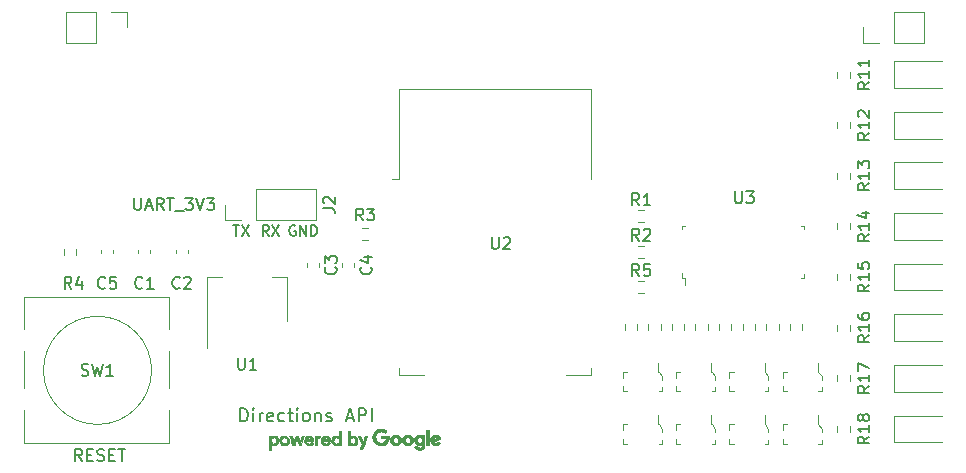
<source format=gbr>
G04 #@! TF.GenerationSoftware,KiCad,Pcbnew,5.1.9+dfsg1-1~bpo10+1*
G04 #@! TF.CreationDate,2021-05-29T21:01:30+02:00*
G04 #@! TF.ProjectId,esp_12e_traffic_monitor,6573705f-3132-4655-9f74-726166666963,C*
G04 #@! TF.SameCoordinates,Original*
G04 #@! TF.FileFunction,Legend,Top*
G04 #@! TF.FilePolarity,Positive*
%FSLAX46Y46*%
G04 Gerber Fmt 4.6, Leading zero omitted, Abs format (unit mm)*
G04 Created by KiCad (PCBNEW 5.1.9+dfsg1-1~bpo10+1) date 2021-05-29 21:01:30*
%MOMM*%
%LPD*%
G01*
G04 APERTURE LIST*
%ADD10C,0.200000*%
%ADD11C,0.177800*%
%ADD12C,0.010000*%
%ADD13C,0.100000*%
%ADD14C,0.120000*%
%ADD15C,0.150000*%
G04 APERTURE END LIST*
D10*
X110944619Y-130862619D02*
X110944619Y-129762619D01*
X111206523Y-129762619D01*
X111363666Y-129815000D01*
X111468428Y-129919761D01*
X111520809Y-130024523D01*
X111573190Y-130234047D01*
X111573190Y-130391190D01*
X111520809Y-130600714D01*
X111468428Y-130705476D01*
X111363666Y-130810238D01*
X111206523Y-130862619D01*
X110944619Y-130862619D01*
X112044619Y-130862619D02*
X112044619Y-130129285D01*
X112044619Y-129762619D02*
X111992238Y-129815000D01*
X112044619Y-129867380D01*
X112097000Y-129815000D01*
X112044619Y-129762619D01*
X112044619Y-129867380D01*
X112568428Y-130862619D02*
X112568428Y-130129285D01*
X112568428Y-130338809D02*
X112620809Y-130234047D01*
X112673190Y-130181666D01*
X112777952Y-130129285D01*
X112882714Y-130129285D01*
X113668428Y-130810238D02*
X113563666Y-130862619D01*
X113354142Y-130862619D01*
X113249380Y-130810238D01*
X113197000Y-130705476D01*
X113197000Y-130286428D01*
X113249380Y-130181666D01*
X113354142Y-130129285D01*
X113563666Y-130129285D01*
X113668428Y-130181666D01*
X113720809Y-130286428D01*
X113720809Y-130391190D01*
X113197000Y-130495952D01*
X114663666Y-130810238D02*
X114558904Y-130862619D01*
X114349380Y-130862619D01*
X114244619Y-130810238D01*
X114192238Y-130757857D01*
X114139857Y-130653095D01*
X114139857Y-130338809D01*
X114192238Y-130234047D01*
X114244619Y-130181666D01*
X114349380Y-130129285D01*
X114558904Y-130129285D01*
X114663666Y-130181666D01*
X114977952Y-130129285D02*
X115397000Y-130129285D01*
X115135095Y-129762619D02*
X115135095Y-130705476D01*
X115187476Y-130810238D01*
X115292238Y-130862619D01*
X115397000Y-130862619D01*
X115763666Y-130862619D02*
X115763666Y-130129285D01*
X115763666Y-129762619D02*
X115711285Y-129815000D01*
X115763666Y-129867380D01*
X115816047Y-129815000D01*
X115763666Y-129762619D01*
X115763666Y-129867380D01*
X116444619Y-130862619D02*
X116339857Y-130810238D01*
X116287476Y-130757857D01*
X116235095Y-130653095D01*
X116235095Y-130338809D01*
X116287476Y-130234047D01*
X116339857Y-130181666D01*
X116444619Y-130129285D01*
X116601761Y-130129285D01*
X116706523Y-130181666D01*
X116758904Y-130234047D01*
X116811285Y-130338809D01*
X116811285Y-130653095D01*
X116758904Y-130757857D01*
X116706523Y-130810238D01*
X116601761Y-130862619D01*
X116444619Y-130862619D01*
X117282714Y-130129285D02*
X117282714Y-130862619D01*
X117282714Y-130234047D02*
X117335095Y-130181666D01*
X117439857Y-130129285D01*
X117597000Y-130129285D01*
X117701761Y-130181666D01*
X117754142Y-130286428D01*
X117754142Y-130862619D01*
X118225571Y-130810238D02*
X118330333Y-130862619D01*
X118539857Y-130862619D01*
X118644619Y-130810238D01*
X118697000Y-130705476D01*
X118697000Y-130653095D01*
X118644619Y-130548333D01*
X118539857Y-130495952D01*
X118382714Y-130495952D01*
X118277952Y-130443571D01*
X118225571Y-130338809D01*
X118225571Y-130286428D01*
X118277952Y-130181666D01*
X118382714Y-130129285D01*
X118539857Y-130129285D01*
X118644619Y-130181666D01*
X119954142Y-130548333D02*
X120477952Y-130548333D01*
X119849380Y-130862619D02*
X120216047Y-129762619D01*
X120582714Y-130862619D01*
X120949380Y-130862619D02*
X120949380Y-129762619D01*
X121368428Y-129762619D01*
X121473190Y-129815000D01*
X121525571Y-129867380D01*
X121577952Y-129972142D01*
X121577952Y-130129285D01*
X121525571Y-130234047D01*
X121473190Y-130286428D01*
X121368428Y-130338809D01*
X120949380Y-130338809D01*
X122049380Y-130862619D02*
X122049380Y-129762619D01*
D11*
X110322666Y-114263166D02*
X110830666Y-114263166D01*
X110576666Y-115152166D02*
X110576666Y-114263166D01*
X111042333Y-114263166D02*
X111635000Y-115152166D01*
X111635000Y-114263166D02*
X111042333Y-115152166D01*
X113351833Y-115152166D02*
X113055500Y-114728833D01*
X112843833Y-115152166D02*
X112843833Y-114263166D01*
X113182500Y-114263166D01*
X113267166Y-114305500D01*
X113309500Y-114347833D01*
X113351833Y-114432500D01*
X113351833Y-114559500D01*
X113309500Y-114644166D01*
X113267166Y-114686500D01*
X113182500Y-114728833D01*
X112843833Y-114728833D01*
X113648166Y-114263166D02*
X114240833Y-115152166D01*
X114240833Y-114263166D02*
X113648166Y-115152166D01*
X115572666Y-114305500D02*
X115488000Y-114263166D01*
X115361000Y-114263166D01*
X115234000Y-114305500D01*
X115149333Y-114390166D01*
X115107000Y-114474833D01*
X115064666Y-114644166D01*
X115064666Y-114771166D01*
X115107000Y-114940500D01*
X115149333Y-115025166D01*
X115234000Y-115109833D01*
X115361000Y-115152166D01*
X115445666Y-115152166D01*
X115572666Y-115109833D01*
X115615000Y-115067500D01*
X115615000Y-114771166D01*
X115445666Y-114771166D01*
X115996000Y-115152166D02*
X115996000Y-114263166D01*
X116504000Y-115152166D01*
X116504000Y-114263166D01*
X116927333Y-115152166D02*
X116927333Y-114263166D01*
X117139000Y-114263166D01*
X117266000Y-114305500D01*
X117350666Y-114390166D01*
X117393000Y-114474833D01*
X117435333Y-114644166D01*
X117435333Y-114771166D01*
X117393000Y-114940500D01*
X117350666Y-115025166D01*
X117266000Y-115109833D01*
X117139000Y-115152166D01*
X116927333Y-115152166D01*
D12*
G36*
X113868134Y-132070679D02*
G01*
X113962909Y-132095356D01*
X114004780Y-132118300D01*
X114080660Y-132199059D01*
X114139989Y-132309170D01*
X114172682Y-132427597D01*
X114176042Y-132475569D01*
X114157203Y-132598761D01*
X114107786Y-132715551D01*
X114036420Y-132808597D01*
X113993926Y-132841580D01*
X113884976Y-132882348D01*
X113759892Y-132890719D01*
X113642313Y-132865898D01*
X113616538Y-132854247D01*
X113541600Y-132815495D01*
X113541600Y-133274000D01*
X113389200Y-133274000D01*
X113389200Y-132482767D01*
X113545940Y-132482767D01*
X113570180Y-132593483D01*
X113579699Y-132613598D01*
X113646502Y-132698393D01*
X113730364Y-132738275D01*
X113822126Y-132731844D01*
X113912629Y-132677697D01*
X113924553Y-132666353D01*
X113978948Y-132584349D01*
X113997944Y-132492248D01*
X113986276Y-132399902D01*
X113948677Y-132317163D01*
X113889879Y-132253884D01*
X113814617Y-132219917D01*
X113727623Y-132225115D01*
X113714705Y-132229556D01*
X113622327Y-132289071D01*
X113564697Y-132377386D01*
X113545940Y-132482767D01*
X113389200Y-132482767D01*
X113389200Y-132080200D01*
X113465400Y-132080200D01*
X113523650Y-132090004D01*
X113541599Y-132122023D01*
X113541599Y-132122236D01*
X113546220Y-132147915D01*
X113567691Y-132139433D01*
X113595066Y-132115886D01*
X113665028Y-132080831D01*
X113762445Y-132065799D01*
X113868134Y-132070679D01*
G37*
X113868134Y-132070679D02*
X113962909Y-132095356D01*
X114004780Y-132118300D01*
X114080660Y-132199059D01*
X114139989Y-132309170D01*
X114172682Y-132427597D01*
X114176042Y-132475569D01*
X114157203Y-132598761D01*
X114107786Y-132715551D01*
X114036420Y-132808597D01*
X113993926Y-132841580D01*
X113884976Y-132882348D01*
X113759892Y-132890719D01*
X113642313Y-132865898D01*
X113616538Y-132854247D01*
X113541600Y-132815495D01*
X113541600Y-133274000D01*
X113389200Y-133274000D01*
X113389200Y-132482767D01*
X113545940Y-132482767D01*
X113570180Y-132593483D01*
X113579699Y-132613598D01*
X113646502Y-132698393D01*
X113730364Y-132738275D01*
X113822126Y-132731844D01*
X113912629Y-132677697D01*
X113924553Y-132666353D01*
X113978948Y-132584349D01*
X113997944Y-132492248D01*
X113986276Y-132399902D01*
X113948677Y-132317163D01*
X113889879Y-132253884D01*
X113814617Y-132219917D01*
X113727623Y-132225115D01*
X113714705Y-132229556D01*
X113622327Y-132289071D01*
X113564697Y-132377386D01*
X113545940Y-132482767D01*
X113389200Y-132482767D01*
X113389200Y-132080200D01*
X113465400Y-132080200D01*
X113523650Y-132090004D01*
X113541599Y-132122023D01*
X113541599Y-132122236D01*
X113546220Y-132147915D01*
X113567691Y-132139433D01*
X113595066Y-132115886D01*
X113665028Y-132080831D01*
X113762445Y-132065799D01*
X113868134Y-132070679D01*
G36*
X126142582Y-131988633D02*
G01*
X126206730Y-132008563D01*
X126271705Y-132027695D01*
X126311697Y-132031315D01*
X126317800Y-132026252D01*
X126340341Y-132012315D01*
X126396649Y-132004566D01*
X126419400Y-132004000D01*
X126521000Y-132004000D01*
X126521000Y-132478580D01*
X126520535Y-132648348D01*
X126518619Y-132775871D01*
X126514472Y-132869696D01*
X126507311Y-132938375D01*
X126496355Y-132990455D01*
X126480823Y-133034488D01*
X126467522Y-133063630D01*
X126392515Y-133164110D01*
X126286123Y-133234614D01*
X126160215Y-133271809D01*
X126026656Y-133272366D01*
X125897314Y-133232952D01*
X125885603Y-133226969D01*
X125810345Y-133172583D01*
X125744414Y-133102414D01*
X125738927Y-133094695D01*
X125680754Y-133009452D01*
X125771990Y-132962645D01*
X125863226Y-132915839D01*
X125935603Y-132993319D01*
X126020599Y-133055296D01*
X126111914Y-133074981D01*
X126197811Y-133053255D01*
X126266554Y-132991002D01*
X126280639Y-132967383D01*
X126315057Y-132890215D01*
X126316242Y-132849736D01*
X126281344Y-132841923D01*
X126207514Y-132862754D01*
X126206730Y-132863036D01*
X126123104Y-132886901D01*
X126053695Y-132886967D01*
X125994269Y-132872599D01*
X125855130Y-132808437D01*
X125752511Y-132709499D01*
X125705566Y-132628296D01*
X125664584Y-132482895D01*
X125666511Y-132435800D01*
X125886000Y-132435800D01*
X125905749Y-132532643D01*
X125957638Y-132615830D01*
X126030631Y-132672377D01*
X126101900Y-132689800D01*
X126171731Y-132669171D01*
X126243553Y-132615553D01*
X126296962Y-132546926D01*
X126316641Y-132470131D01*
X126317800Y-132435800D01*
X126298050Y-132338956D01*
X126246161Y-132255769D01*
X126173168Y-132199222D01*
X126101900Y-132181800D01*
X126019583Y-132205034D01*
X125948873Y-132266080D01*
X125900809Y-132351954D01*
X125886000Y-132435800D01*
X125666511Y-132435800D01*
X125670378Y-132341317D01*
X125719124Y-132211899D01*
X125806999Y-132102972D01*
X125930180Y-132022872D01*
X125994269Y-131999000D01*
X126072326Y-131982412D01*
X126142582Y-131988633D01*
G37*
X126142582Y-131988633D02*
X126206730Y-132008563D01*
X126271705Y-132027695D01*
X126311697Y-132031315D01*
X126317800Y-132026252D01*
X126340341Y-132012315D01*
X126396649Y-132004566D01*
X126419400Y-132004000D01*
X126521000Y-132004000D01*
X126521000Y-132478580D01*
X126520535Y-132648348D01*
X126518619Y-132775871D01*
X126514472Y-132869696D01*
X126507311Y-132938375D01*
X126496355Y-132990455D01*
X126480823Y-133034488D01*
X126467522Y-133063630D01*
X126392515Y-133164110D01*
X126286123Y-133234614D01*
X126160215Y-133271809D01*
X126026656Y-133272366D01*
X125897314Y-133232952D01*
X125885603Y-133226969D01*
X125810345Y-133172583D01*
X125744414Y-133102414D01*
X125738927Y-133094695D01*
X125680754Y-133009452D01*
X125771990Y-132962645D01*
X125863226Y-132915839D01*
X125935603Y-132993319D01*
X126020599Y-133055296D01*
X126111914Y-133074981D01*
X126197811Y-133053255D01*
X126266554Y-132991002D01*
X126280639Y-132967383D01*
X126315057Y-132890215D01*
X126316242Y-132849736D01*
X126281344Y-132841923D01*
X126207514Y-132862754D01*
X126206730Y-132863036D01*
X126123104Y-132886901D01*
X126053695Y-132886967D01*
X125994269Y-132872599D01*
X125855130Y-132808437D01*
X125752511Y-132709499D01*
X125705566Y-132628296D01*
X125664584Y-132482895D01*
X125666511Y-132435800D01*
X125886000Y-132435800D01*
X125905749Y-132532643D01*
X125957638Y-132615830D01*
X126030631Y-132672377D01*
X126101900Y-132689800D01*
X126171731Y-132669171D01*
X126243553Y-132615553D01*
X126296962Y-132546926D01*
X126316641Y-132470131D01*
X126317800Y-132435800D01*
X126298050Y-132338956D01*
X126246161Y-132255769D01*
X126173168Y-132199222D01*
X126101900Y-132181800D01*
X126019583Y-132205034D01*
X125948873Y-132266080D01*
X125900809Y-132351954D01*
X125886000Y-132435800D01*
X125666511Y-132435800D01*
X125670378Y-132341317D01*
X125719124Y-132211899D01*
X125806999Y-132102972D01*
X125930180Y-132022872D01*
X125994269Y-131999000D01*
X126072326Y-131982412D01*
X126142582Y-131988633D01*
G36*
X121037302Y-132082516D02*
G01*
X121068434Y-132095731D01*
X121095572Y-132129243D01*
X121126764Y-132192449D01*
X121162688Y-132277050D01*
X121204461Y-132378701D01*
X121241432Y-132471153D01*
X121266877Y-132537530D01*
X121270363Y-132547251D01*
X121282416Y-132576559D01*
X121294765Y-132584950D01*
X121311387Y-132566646D01*
X121336260Y-132515868D01*
X121373362Y-132426841D01*
X121401512Y-132356751D01*
X121507013Y-132092900D01*
X121601006Y-132085016D01*
X121661642Y-132083054D01*
X121693558Y-132088114D01*
X121695000Y-132090288D01*
X121685328Y-132116320D01*
X121658174Y-132182331D01*
X121616328Y-132281721D01*
X121562582Y-132407890D01*
X121499727Y-132554239D01*
X121455347Y-132656971D01*
X121215694Y-133210500D01*
X121125147Y-133218383D01*
X121065856Y-133220393D01*
X121035599Y-133215254D01*
X121034600Y-133213440D01*
X121044434Y-133185981D01*
X121070621Y-133124056D01*
X121108188Y-133039304D01*
X121122455Y-133007827D01*
X121210311Y-132815041D01*
X121058955Y-132469430D01*
X121005748Y-132346535D01*
X120960725Y-132239878D01*
X120927491Y-132158205D01*
X120909648Y-132110263D01*
X120907600Y-132102009D01*
X120929896Y-132087435D01*
X120984533Y-132080334D01*
X120994129Y-132080200D01*
X121037302Y-132082516D01*
G37*
X121037302Y-132082516D02*
X121068434Y-132095731D01*
X121095572Y-132129243D01*
X121126764Y-132192449D01*
X121162688Y-132277050D01*
X121204461Y-132378701D01*
X121241432Y-132471153D01*
X121266877Y-132537530D01*
X121270363Y-132547251D01*
X121282416Y-132576559D01*
X121294765Y-132584950D01*
X121311387Y-132566646D01*
X121336260Y-132515868D01*
X121373362Y-132426841D01*
X121401512Y-132356751D01*
X121507013Y-132092900D01*
X121601006Y-132085016D01*
X121661642Y-132083054D01*
X121693558Y-132088114D01*
X121695000Y-132090288D01*
X121685328Y-132116320D01*
X121658174Y-132182331D01*
X121616328Y-132281721D01*
X121562582Y-132407890D01*
X121499727Y-132554239D01*
X121455347Y-132656971D01*
X121215694Y-133210500D01*
X121125147Y-133218383D01*
X121065856Y-133220393D01*
X121035599Y-133215254D01*
X121034600Y-133213440D01*
X121044434Y-133185981D01*
X121070621Y-133124056D01*
X121108188Y-133039304D01*
X121122455Y-133007827D01*
X121210311Y-132815041D01*
X121058955Y-132469430D01*
X121005748Y-132346535D01*
X120960725Y-132239878D01*
X120927491Y-132158205D01*
X120909648Y-132110263D01*
X120907600Y-132102009D01*
X120929896Y-132087435D01*
X120984533Y-132080334D01*
X120994129Y-132080200D01*
X121037302Y-132082516D01*
G36*
X114808814Y-132087029D02*
G01*
X114907871Y-132145406D01*
X114987588Y-132244540D01*
X115010198Y-132284886D01*
X115051717Y-132410885D01*
X115054059Y-132542363D01*
X115020614Y-132667170D01*
X114954776Y-132773161D01*
X114859935Y-132848185D01*
X114851810Y-132852195D01*
X114770234Y-132876402D01*
X114665327Y-132889250D01*
X114560996Y-132889265D01*
X114481400Y-132875061D01*
X114415364Y-132834163D01*
X114345680Y-132766180D01*
X114291104Y-132689619D01*
X114288486Y-132684711D01*
X114268639Y-132621073D01*
X114255683Y-132530623D01*
X114254430Y-132502609D01*
X114410313Y-132502609D01*
X114441163Y-132592722D01*
X114444634Y-132600125D01*
X114508319Y-132683561D01*
X114595678Y-132731004D01*
X114693272Y-132737616D01*
X114762206Y-132714447D01*
X114819895Y-132660169D01*
X114865005Y-132575970D01*
X114887072Y-132482685D01*
X114887800Y-132464410D01*
X114866629Y-132382791D01*
X114813117Y-132301965D01*
X114742262Y-132241154D01*
X114699137Y-132222630D01*
X114603750Y-132223103D01*
X114516187Y-132269165D01*
X114456106Y-132339916D01*
X114414964Y-132425822D01*
X114410313Y-132502609D01*
X114254430Y-132502609D01*
X114252800Y-132466217D01*
X114273115Y-132316097D01*
X114331677Y-132197419D01*
X114424913Y-132113571D01*
X114549247Y-132067940D01*
X114679303Y-132061920D01*
X114808814Y-132087029D01*
G37*
X114808814Y-132087029D02*
X114907871Y-132145406D01*
X114987588Y-132244540D01*
X115010198Y-132284886D01*
X115051717Y-132410885D01*
X115054059Y-132542363D01*
X115020614Y-132667170D01*
X114954776Y-132773161D01*
X114859935Y-132848185D01*
X114851810Y-132852195D01*
X114770234Y-132876402D01*
X114665327Y-132889250D01*
X114560996Y-132889265D01*
X114481400Y-132875061D01*
X114415364Y-132834163D01*
X114345680Y-132766180D01*
X114291104Y-132689619D01*
X114288486Y-132684711D01*
X114268639Y-132621073D01*
X114255683Y-132530623D01*
X114254430Y-132502609D01*
X114410313Y-132502609D01*
X114441163Y-132592722D01*
X114444634Y-132600125D01*
X114508319Y-132683561D01*
X114595678Y-132731004D01*
X114693272Y-132737616D01*
X114762206Y-132714447D01*
X114819895Y-132660169D01*
X114865005Y-132575970D01*
X114887072Y-132482685D01*
X114887800Y-132464410D01*
X114866629Y-132382791D01*
X114813117Y-132301965D01*
X114742262Y-132241154D01*
X114699137Y-132222630D01*
X114603750Y-132223103D01*
X114516187Y-132269165D01*
X114456106Y-132339916D01*
X114414964Y-132425822D01*
X114410313Y-132502609D01*
X114254430Y-132502609D01*
X114252800Y-132466217D01*
X114273115Y-132316097D01*
X114331677Y-132197419D01*
X114424913Y-132113571D01*
X114549247Y-132067940D01*
X114679303Y-132061920D01*
X114808814Y-132087029D01*
G36*
X116841468Y-132072825D02*
G01*
X116957998Y-132122686D01*
X117049361Y-132204845D01*
X117106970Y-132312021D01*
X117123000Y-132414156D01*
X117123000Y-132512000D01*
X116516042Y-132512000D01*
X116542021Y-132586524D01*
X116594284Y-132671454D01*
X116672232Y-132723565D01*
X116762479Y-132739694D01*
X116851642Y-132716679D01*
X116908552Y-132673132D01*
X116955735Y-132629595D01*
X116994571Y-132620770D01*
X117034339Y-132634487D01*
X117084732Y-132669635D01*
X117091167Y-132713295D01*
X117053170Y-132771504D01*
X117020959Y-132804522D01*
X116968602Y-132847301D01*
X116912520Y-132870987D01*
X116833490Y-132882149D01*
X116786009Y-132884806D01*
X116696111Y-132886102D01*
X116623513Y-132882503D01*
X116589600Y-132876399D01*
X116488338Y-132809746D01*
X116413083Y-132706428D01*
X116369576Y-132576364D01*
X116361039Y-132481511D01*
X116376195Y-132361857D01*
X116538800Y-132361857D01*
X116562189Y-132372604D01*
X116624344Y-132380697D01*
X116713249Y-132384767D01*
X116742000Y-132385000D01*
X116836371Y-132383777D01*
X116907432Y-132380526D01*
X116943163Y-132375878D01*
X116945200Y-132374377D01*
X116923169Y-132317155D01*
X116868047Y-132261645D01*
X116796285Y-132220779D01*
X116732510Y-132207200D01*
X116690927Y-132222597D01*
X116634576Y-132259890D01*
X116580177Y-132305729D01*
X116544449Y-132346766D01*
X116538800Y-132361857D01*
X116376195Y-132361857D01*
X116380463Y-132328169D01*
X116436999Y-132206632D01*
X116528188Y-132119867D01*
X116651570Y-132070839D01*
X116708357Y-132062546D01*
X116841468Y-132072825D01*
G37*
X116841468Y-132072825D02*
X116957998Y-132122686D01*
X117049361Y-132204845D01*
X117106970Y-132312021D01*
X117123000Y-132414156D01*
X117123000Y-132512000D01*
X116516042Y-132512000D01*
X116542021Y-132586524D01*
X116594284Y-132671454D01*
X116672232Y-132723565D01*
X116762479Y-132739694D01*
X116851642Y-132716679D01*
X116908552Y-132673132D01*
X116955735Y-132629595D01*
X116994571Y-132620770D01*
X117034339Y-132634487D01*
X117084732Y-132669635D01*
X117091167Y-132713295D01*
X117053170Y-132771504D01*
X117020959Y-132804522D01*
X116968602Y-132847301D01*
X116912520Y-132870987D01*
X116833490Y-132882149D01*
X116786009Y-132884806D01*
X116696111Y-132886102D01*
X116623513Y-132882503D01*
X116589600Y-132876399D01*
X116488338Y-132809746D01*
X116413083Y-132706428D01*
X116369576Y-132576364D01*
X116361039Y-132481511D01*
X116376195Y-132361857D01*
X116538800Y-132361857D01*
X116562189Y-132372604D01*
X116624344Y-132380697D01*
X116713249Y-132384767D01*
X116742000Y-132385000D01*
X116836371Y-132383777D01*
X116907432Y-132380526D01*
X116943163Y-132375878D01*
X116945200Y-132374377D01*
X116923169Y-132317155D01*
X116868047Y-132261645D01*
X116796285Y-132220779D01*
X116732510Y-132207200D01*
X116690927Y-132222597D01*
X116634576Y-132259890D01*
X116580177Y-132305729D01*
X116544449Y-132346766D01*
X116538800Y-132361857D01*
X116376195Y-132361857D01*
X116380463Y-132328169D01*
X116436999Y-132206632D01*
X116528188Y-132119867D01*
X116651570Y-132070839D01*
X116708357Y-132062546D01*
X116841468Y-132072825D01*
G36*
X118311399Y-132085964D02*
G01*
X118340394Y-132099289D01*
X118447450Y-132178463D01*
X118513927Y-132287281D01*
X118538796Y-132394798D01*
X118552006Y-132512000D01*
X117938442Y-132512000D01*
X117964421Y-132586524D01*
X118016940Y-132671968D01*
X118095100Y-132723720D01*
X118185621Y-132738443D01*
X118275222Y-132712801D01*
X118323071Y-132676601D01*
X118373800Y-132634675D01*
X118418142Y-132627474D01*
X118453534Y-132637872D01*
X118506007Y-132669726D01*
X118513990Y-132711958D01*
X118477173Y-132769681D01*
X118443359Y-132804522D01*
X118390810Y-132847388D01*
X118334322Y-132871185D01*
X118254652Y-132882523D01*
X118208409Y-132885217D01*
X118115771Y-132885590D01*
X118037753Y-132879116D01*
X117999300Y-132869982D01*
X117949870Y-132837500D01*
X117889376Y-132784343D01*
X117872732Y-132767422D01*
X117831880Y-132718575D01*
X117807708Y-132668575D01*
X117794788Y-132600572D01*
X117788015Y-132504433D01*
X117785445Y-132402109D01*
X117789070Y-132364389D01*
X117961200Y-132364389D01*
X117984590Y-132373960D01*
X118046749Y-132381168D01*
X118135659Y-132384793D01*
X118164400Y-132385000D01*
X118258771Y-132383777D01*
X118329832Y-132380526D01*
X118365563Y-132375878D01*
X118367600Y-132374377D01*
X118345000Y-132313585D01*
X118288158Y-132259826D01*
X118213510Y-132223653D01*
X118137492Y-132215619D01*
X118124267Y-132218140D01*
X118069060Y-132244696D01*
X118012330Y-132289608D01*
X117971320Y-132337413D01*
X117961200Y-132364389D01*
X117789070Y-132364389D01*
X117792125Y-132332606D01*
X117811356Y-132278293D01*
X117838889Y-132232600D01*
X117933399Y-132133706D01*
X118051118Y-132074317D01*
X118180850Y-132057411D01*
X118311399Y-132085964D01*
G37*
X118311399Y-132085964D02*
X118340394Y-132099289D01*
X118447450Y-132178463D01*
X118513927Y-132287281D01*
X118538796Y-132394798D01*
X118552006Y-132512000D01*
X117938442Y-132512000D01*
X117964421Y-132586524D01*
X118016940Y-132671968D01*
X118095100Y-132723720D01*
X118185621Y-132738443D01*
X118275222Y-132712801D01*
X118323071Y-132676601D01*
X118373800Y-132634675D01*
X118418142Y-132627474D01*
X118453534Y-132637872D01*
X118506007Y-132669726D01*
X118513990Y-132711958D01*
X118477173Y-132769681D01*
X118443359Y-132804522D01*
X118390810Y-132847388D01*
X118334322Y-132871185D01*
X118254652Y-132882523D01*
X118208409Y-132885217D01*
X118115771Y-132885590D01*
X118037753Y-132879116D01*
X117999300Y-132869982D01*
X117949870Y-132837500D01*
X117889376Y-132784343D01*
X117872732Y-132767422D01*
X117831880Y-132718575D01*
X117807708Y-132668575D01*
X117794788Y-132600572D01*
X117788015Y-132504433D01*
X117785445Y-132402109D01*
X117789070Y-132364389D01*
X117961200Y-132364389D01*
X117984590Y-132373960D01*
X118046749Y-132381168D01*
X118135659Y-132384793D01*
X118164400Y-132385000D01*
X118258771Y-132383777D01*
X118329832Y-132380526D01*
X118365563Y-132375878D01*
X118367600Y-132374377D01*
X118345000Y-132313585D01*
X118288158Y-132259826D01*
X118213510Y-132223653D01*
X118137492Y-132215619D01*
X118124267Y-132218140D01*
X118069060Y-132244696D01*
X118012330Y-132289608D01*
X117971320Y-132337413D01*
X117961200Y-132364389D01*
X117789070Y-132364389D01*
X117792125Y-132332606D01*
X117811356Y-132278293D01*
X117838889Y-132232600D01*
X117933399Y-132133706D01*
X118051118Y-132074317D01*
X118180850Y-132057411D01*
X118311399Y-132085964D01*
G36*
X119459800Y-132867600D02*
G01*
X119370900Y-132867600D01*
X119312142Y-132861057D01*
X119282768Y-132844968D01*
X119282000Y-132841547D01*
X119262788Y-132833637D01*
X119214025Y-132850745D01*
X119207061Y-132854247D01*
X119095136Y-132887602D01*
X118969717Y-132887564D01*
X118854445Y-132854928D01*
X118829673Y-132841580D01*
X118749751Y-132766879D01*
X118688008Y-132659152D01*
X118652711Y-132535198D01*
X118649861Y-132499992D01*
X118824800Y-132499992D01*
X118846270Y-132597140D01*
X118902843Y-132674238D01*
X118982765Y-132723683D01*
X119074278Y-132737872D01*
X119156406Y-132714447D01*
X119214095Y-132660169D01*
X119259205Y-132575970D01*
X119281272Y-132482685D01*
X119282000Y-132464410D01*
X119261863Y-132386706D01*
X119211290Y-132305832D01*
X119145035Y-132241820D01*
X119101211Y-132218951D01*
X119016033Y-132215717D01*
X118937305Y-132254420D01*
X118873697Y-132326247D01*
X118833877Y-132422384D01*
X118824800Y-132499992D01*
X118649861Y-132499992D01*
X118647557Y-132471545D01*
X118666903Y-132351491D01*
X118719700Y-132235163D01*
X118796223Y-132140320D01*
X118850833Y-132100362D01*
X118945545Y-132068363D01*
X119053853Y-132061435D01*
X119155938Y-132078634D01*
X119231457Y-132118532D01*
X119255205Y-132138190D01*
X119270031Y-132139663D01*
X119278038Y-132115184D01*
X119281325Y-132056989D01*
X119281995Y-131957311D01*
X119282000Y-131931736D01*
X119282000Y-131699200D01*
X119459800Y-131699200D01*
X119459800Y-132867600D01*
G37*
X119459800Y-132867600D02*
X119370900Y-132867600D01*
X119312142Y-132861057D01*
X119282768Y-132844968D01*
X119282000Y-132841547D01*
X119262788Y-132833637D01*
X119214025Y-132850745D01*
X119207061Y-132854247D01*
X119095136Y-132887602D01*
X118969717Y-132887564D01*
X118854445Y-132854928D01*
X118829673Y-132841580D01*
X118749751Y-132766879D01*
X118688008Y-132659152D01*
X118652711Y-132535198D01*
X118649861Y-132499992D01*
X118824800Y-132499992D01*
X118846270Y-132597140D01*
X118902843Y-132674238D01*
X118982765Y-132723683D01*
X119074278Y-132737872D01*
X119156406Y-132714447D01*
X119214095Y-132660169D01*
X119259205Y-132575970D01*
X119281272Y-132482685D01*
X119282000Y-132464410D01*
X119261863Y-132386706D01*
X119211290Y-132305832D01*
X119145035Y-132241820D01*
X119101211Y-132218951D01*
X119016033Y-132215717D01*
X118937305Y-132254420D01*
X118873697Y-132326247D01*
X118833877Y-132422384D01*
X118824800Y-132499992D01*
X118649861Y-132499992D01*
X118647557Y-132471545D01*
X118666903Y-132351491D01*
X118719700Y-132235163D01*
X118796223Y-132140320D01*
X118850833Y-132100362D01*
X118945545Y-132068363D01*
X119053853Y-132061435D01*
X119155938Y-132078634D01*
X119231457Y-132118532D01*
X119255205Y-132138190D01*
X119270031Y-132139663D01*
X119278038Y-132115184D01*
X119281325Y-132056989D01*
X119281995Y-131957311D01*
X119282000Y-131931736D01*
X119282000Y-131699200D01*
X119459800Y-131699200D01*
X119459800Y-132867600D01*
G36*
X120242652Y-131923279D02*
G01*
X120234500Y-132147358D01*
X120318180Y-132097903D01*
X120400278Y-132063916D01*
X120494496Y-132059289D01*
X120517932Y-132061531D01*
X120652056Y-132098616D01*
X120754523Y-132174230D01*
X120822886Y-132285341D01*
X120854699Y-132428917D01*
X120856760Y-132481511D01*
X120841176Y-132621428D01*
X120790321Y-132733345D01*
X120703363Y-132826474D01*
X120610022Y-132876519D01*
X120497330Y-132896264D01*
X120384611Y-132885060D01*
X120291188Y-132842261D01*
X120288725Y-132840356D01*
X120243239Y-132808464D01*
X120224495Y-132809458D01*
X120221800Y-132827656D01*
X120201693Y-132858744D01*
X120145600Y-132867600D01*
X120069400Y-132867600D01*
X120069400Y-132458947D01*
X120230457Y-132458947D01*
X120244170Y-132565366D01*
X120304456Y-132663467D01*
X120314780Y-132674253D01*
X120398698Y-132729782D01*
X120487833Y-132735048D01*
X120580275Y-132690085D01*
X120605862Y-132669062D01*
X120660399Y-132609546D01*
X120682801Y-132546137D01*
X120685927Y-132489259D01*
X120667309Y-132374606D01*
X120617749Y-132289504D01*
X120546689Y-132236988D01*
X120463571Y-132220094D01*
X120377835Y-132241855D01*
X120298923Y-132305309D01*
X120264823Y-132353883D01*
X120230457Y-132458947D01*
X120069400Y-132458947D01*
X120069400Y-131699200D01*
X120160102Y-131699199D01*
X120250805Y-131699199D01*
X120242652Y-131923279D01*
G37*
X120242652Y-131923279D02*
X120234500Y-132147358D01*
X120318180Y-132097903D01*
X120400278Y-132063916D01*
X120494496Y-132059289D01*
X120517932Y-132061531D01*
X120652056Y-132098616D01*
X120754523Y-132174230D01*
X120822886Y-132285341D01*
X120854699Y-132428917D01*
X120856760Y-132481511D01*
X120841176Y-132621428D01*
X120790321Y-132733345D01*
X120703363Y-132826474D01*
X120610022Y-132876519D01*
X120497330Y-132896264D01*
X120384611Y-132885060D01*
X120291188Y-132842261D01*
X120288725Y-132840356D01*
X120243239Y-132808464D01*
X120224495Y-132809458D01*
X120221800Y-132827656D01*
X120201693Y-132858744D01*
X120145600Y-132867600D01*
X120069400Y-132867600D01*
X120069400Y-132458947D01*
X120230457Y-132458947D01*
X120244170Y-132565366D01*
X120304456Y-132663467D01*
X120314780Y-132674253D01*
X120398698Y-132729782D01*
X120487833Y-132735048D01*
X120580275Y-132690085D01*
X120605862Y-132669062D01*
X120660399Y-132609546D01*
X120682801Y-132546137D01*
X120685927Y-132489259D01*
X120667309Y-132374606D01*
X120617749Y-132289504D01*
X120546689Y-132236988D01*
X120463571Y-132220094D01*
X120377835Y-132241855D01*
X120298923Y-132305309D01*
X120264823Y-132353883D01*
X120230457Y-132458947D01*
X120069400Y-132458947D01*
X120069400Y-131699200D01*
X120160102Y-131699199D01*
X120250805Y-131699199D01*
X120242652Y-131923279D01*
G36*
X123059288Y-131513880D02*
G01*
X123160052Y-131554407D01*
X123234576Y-131595885D01*
X123289766Y-131632437D01*
X123309267Y-131650613D01*
X123303892Y-131684392D01*
X123269379Y-131735214D01*
X123250498Y-131755624D01*
X123174065Y-131832057D01*
X123098831Y-131776434D01*
X122980525Y-131718594D01*
X122845421Y-131699808D01*
X122708181Y-131719243D01*
X122583461Y-131776062D01*
X122541369Y-131808184D01*
X122436534Y-131929598D01*
X122376632Y-132064243D01*
X122360659Y-132203920D01*
X122387613Y-132340430D01*
X122456493Y-132465576D01*
X122566296Y-132571157D01*
X122640138Y-132616071D01*
X122769385Y-132658108D01*
X122902579Y-132660016D01*
X123029188Y-132625899D01*
X123138682Y-132559864D01*
X123220528Y-132466015D01*
X123258705Y-132374945D01*
X123275307Y-132308800D01*
X122838000Y-132308800D01*
X122838000Y-132105600D01*
X123505225Y-132105600D01*
X123492918Y-132277050D01*
X123458521Y-132463981D01*
X123385225Y-132620236D01*
X123274474Y-132743639D01*
X123127711Y-132832013D01*
X123123594Y-132833754D01*
X123010466Y-132865570D01*
X122876376Y-132880679D01*
X122744628Y-132877844D01*
X122647500Y-132858991D01*
X122505508Y-132802627D01*
X122396542Y-132734972D01*
X122302825Y-132644792D01*
X122295827Y-132636704D01*
X122197132Y-132485615D01*
X122142383Y-132321144D01*
X122129770Y-132151443D01*
X122157481Y-131984663D01*
X122223701Y-131828955D01*
X122326621Y-131692470D01*
X122464427Y-131583360D01*
X122538593Y-131544802D01*
X122707869Y-131494073D01*
X122886595Y-131483845D01*
X123059288Y-131513880D01*
G37*
X123059288Y-131513880D02*
X123160052Y-131554407D01*
X123234576Y-131595885D01*
X123289766Y-131632437D01*
X123309267Y-131650613D01*
X123303892Y-131684392D01*
X123269379Y-131735214D01*
X123250498Y-131755624D01*
X123174065Y-131832057D01*
X123098831Y-131776434D01*
X122980525Y-131718594D01*
X122845421Y-131699808D01*
X122708181Y-131719243D01*
X122583461Y-131776062D01*
X122541369Y-131808184D01*
X122436534Y-131929598D01*
X122376632Y-132064243D01*
X122360659Y-132203920D01*
X122387613Y-132340430D01*
X122456493Y-132465576D01*
X122566296Y-132571157D01*
X122640138Y-132616071D01*
X122769385Y-132658108D01*
X122902579Y-132660016D01*
X123029188Y-132625899D01*
X123138682Y-132559864D01*
X123220528Y-132466015D01*
X123258705Y-132374945D01*
X123275307Y-132308800D01*
X122838000Y-132308800D01*
X122838000Y-132105600D01*
X123505225Y-132105600D01*
X123492918Y-132277050D01*
X123458521Y-132463981D01*
X123385225Y-132620236D01*
X123274474Y-132743639D01*
X123127711Y-132832013D01*
X123123594Y-132833754D01*
X123010466Y-132865570D01*
X122876376Y-132880679D01*
X122744628Y-132877844D01*
X122647500Y-132858991D01*
X122505508Y-132802627D01*
X122396542Y-132734972D01*
X122302825Y-132644792D01*
X122295827Y-132636704D01*
X122197132Y-132485615D01*
X122142383Y-132321144D01*
X122129770Y-132151443D01*
X122157481Y-131984663D01*
X122223701Y-131828955D01*
X122326621Y-131692470D01*
X122464427Y-131583360D01*
X122538593Y-131544802D01*
X122707869Y-131494073D01*
X122886595Y-131483845D01*
X123059288Y-131513880D01*
G36*
X124178036Y-131995849D02*
G01*
X124306889Y-132044746D01*
X124416201Y-132133126D01*
X124455241Y-132183804D01*
X124508741Y-132305828D01*
X124526114Y-132443908D01*
X124506937Y-132579842D01*
X124466553Y-132672321D01*
X124372819Y-132778485D01*
X124250746Y-132849956D01*
X124112593Y-132882573D01*
X123970619Y-132872176D01*
X123921441Y-132857290D01*
X123795362Y-132786982D01*
X123702222Y-132687486D01*
X123643843Y-132568273D01*
X123622048Y-132438814D01*
X123622432Y-132435800D01*
X123854000Y-132435800D01*
X123864709Y-132522405D01*
X123904902Y-132590564D01*
X123928246Y-132615553D01*
X124007512Y-132674287D01*
X124088039Y-132685953D01*
X124180516Y-132653604D01*
X124256411Y-132589406D01*
X124297710Y-132502312D01*
X124304666Y-132405867D01*
X124277534Y-132313615D01*
X124216570Y-132239101D01*
X124172209Y-132212145D01*
X124078825Y-132184494D01*
X124000739Y-132200116D01*
X123928246Y-132256046D01*
X123874837Y-132324673D01*
X123855158Y-132401468D01*
X123854000Y-132435800D01*
X123622432Y-132435800D01*
X123638659Y-132308579D01*
X123695498Y-132187040D01*
X123775501Y-132098732D01*
X123902215Y-132021575D01*
X124039769Y-131987703D01*
X124178036Y-131995849D01*
G37*
X124178036Y-131995849D02*
X124306889Y-132044746D01*
X124416201Y-132133126D01*
X124455241Y-132183804D01*
X124508741Y-132305828D01*
X124526114Y-132443908D01*
X124506937Y-132579842D01*
X124466553Y-132672321D01*
X124372819Y-132778485D01*
X124250746Y-132849956D01*
X124112593Y-132882573D01*
X123970619Y-132872176D01*
X123921441Y-132857290D01*
X123795362Y-132786982D01*
X123702222Y-132687486D01*
X123643843Y-132568273D01*
X123622048Y-132438814D01*
X123622432Y-132435800D01*
X123854000Y-132435800D01*
X123864709Y-132522405D01*
X123904902Y-132590564D01*
X123928246Y-132615553D01*
X124007512Y-132674287D01*
X124088039Y-132685953D01*
X124180516Y-132653604D01*
X124256411Y-132589406D01*
X124297710Y-132502312D01*
X124304666Y-132405867D01*
X124277534Y-132313615D01*
X124216570Y-132239101D01*
X124172209Y-132212145D01*
X124078825Y-132184494D01*
X124000739Y-132200116D01*
X123928246Y-132256046D01*
X123874837Y-132324673D01*
X123855158Y-132401468D01*
X123854000Y-132435800D01*
X123622432Y-132435800D01*
X123638659Y-132308579D01*
X123695498Y-132187040D01*
X123775501Y-132098732D01*
X123902215Y-132021575D01*
X124039769Y-131987703D01*
X124178036Y-131995849D01*
G36*
X125194036Y-131995849D02*
G01*
X125322889Y-132044746D01*
X125432201Y-132133126D01*
X125471241Y-132183804D01*
X125524741Y-132305828D01*
X125542114Y-132443908D01*
X125522937Y-132579842D01*
X125482553Y-132672321D01*
X125388819Y-132778485D01*
X125266746Y-132849956D01*
X125128593Y-132882573D01*
X124986619Y-132872176D01*
X124937441Y-132857290D01*
X124811362Y-132786982D01*
X124718222Y-132687486D01*
X124659843Y-132568273D01*
X124638048Y-132438814D01*
X124638432Y-132435800D01*
X124870000Y-132435800D01*
X124880709Y-132522405D01*
X124920902Y-132590564D01*
X124944246Y-132615553D01*
X125023512Y-132674287D01*
X125104039Y-132685953D01*
X125196516Y-132653604D01*
X125272411Y-132589406D01*
X125313710Y-132502312D01*
X125320666Y-132405867D01*
X125293534Y-132313615D01*
X125232570Y-132239101D01*
X125188209Y-132212145D01*
X125094825Y-132184494D01*
X125016739Y-132200116D01*
X124944246Y-132256046D01*
X124890837Y-132324673D01*
X124871158Y-132401468D01*
X124870000Y-132435800D01*
X124638432Y-132435800D01*
X124654659Y-132308579D01*
X124711498Y-132187040D01*
X124791501Y-132098732D01*
X124918215Y-132021575D01*
X125055769Y-131987703D01*
X125194036Y-131995849D01*
G37*
X125194036Y-131995849D02*
X125322889Y-132044746D01*
X125432201Y-132133126D01*
X125471241Y-132183804D01*
X125524741Y-132305828D01*
X125542114Y-132443908D01*
X125522937Y-132579842D01*
X125482553Y-132672321D01*
X125388819Y-132778485D01*
X125266746Y-132849956D01*
X125128593Y-132882573D01*
X124986619Y-132872176D01*
X124937441Y-132857290D01*
X124811362Y-132786982D01*
X124718222Y-132687486D01*
X124659843Y-132568273D01*
X124638048Y-132438814D01*
X124638432Y-132435800D01*
X124870000Y-132435800D01*
X124880709Y-132522405D01*
X124920902Y-132590564D01*
X124944246Y-132615553D01*
X125023512Y-132674287D01*
X125104039Y-132685953D01*
X125196516Y-132653604D01*
X125272411Y-132589406D01*
X125313710Y-132502312D01*
X125320666Y-132405867D01*
X125293534Y-132313615D01*
X125232570Y-132239101D01*
X125188209Y-132212145D01*
X125094825Y-132184494D01*
X125016739Y-132200116D01*
X124944246Y-132256046D01*
X124890837Y-132324673D01*
X124871158Y-132401468D01*
X124870000Y-132435800D01*
X124638432Y-132435800D01*
X124654659Y-132308579D01*
X124711498Y-132187040D01*
X124791501Y-132098732D01*
X124918215Y-132021575D01*
X125055769Y-131987703D01*
X125194036Y-131995849D01*
G36*
X126902000Y-132893000D02*
G01*
X126698800Y-132893000D01*
X126698800Y-131572200D01*
X126902000Y-131572200D01*
X126902000Y-132893000D01*
G37*
X126902000Y-132893000D02*
X126698800Y-132893000D01*
X126698800Y-131572200D01*
X126902000Y-131572200D01*
X126902000Y-132893000D01*
G36*
X127532097Y-131993190D02*
G01*
X127659153Y-132041998D01*
X127764103Y-132134895D01*
X127804523Y-132193613D01*
X127840924Y-132266096D01*
X127855365Y-132318079D01*
X127851548Y-132334054D01*
X127820246Y-132351866D01*
X127752033Y-132383837D01*
X127657191Y-132425324D01*
X127553834Y-132468486D01*
X127278568Y-132581026D01*
X127347709Y-132635413D01*
X127408993Y-132672969D01*
X127463129Y-132689740D01*
X127465486Y-132689800D01*
X127526812Y-132677270D01*
X127595296Y-132646868D01*
X127650179Y-132609370D01*
X127669712Y-132583762D01*
X127692712Y-132572521D01*
X127746398Y-132594650D01*
X127773445Y-132610599D01*
X127831220Y-132651276D01*
X127850771Y-132683098D01*
X127841959Y-132714901D01*
X127775980Y-132788983D01*
X127676088Y-132843508D01*
X127556540Y-132875058D01*
X127431590Y-132880215D01*
X127315494Y-132855562D01*
X127293703Y-132846339D01*
X127170500Y-132762668D01*
X127084976Y-132648047D01*
X127040326Y-132508834D01*
X127039750Y-132351383D01*
X127039823Y-132350869D01*
X127257600Y-132350869D01*
X127264617Y-132371700D01*
X127290827Y-132375325D01*
X127343962Y-132360111D01*
X127431755Y-132324426D01*
X127477321Y-132304492D01*
X127544120Y-132271470D01*
X127570322Y-132246437D01*
X127563574Y-132221475D01*
X127560843Y-132218024D01*
X127512684Y-132188835D01*
X127472338Y-132181800D01*
X127414981Y-132198083D01*
X127349402Y-132238224D01*
X127292191Y-132289160D01*
X127259939Y-132337830D01*
X127257600Y-132350869D01*
X127039823Y-132350869D01*
X127040857Y-132343665D01*
X127083236Y-132218533D01*
X127163945Y-132110335D01*
X127271731Y-132030469D01*
X127388674Y-131991265D01*
X127532097Y-131993190D01*
G37*
X127532097Y-131993190D02*
X127659153Y-132041998D01*
X127764103Y-132134895D01*
X127804523Y-132193613D01*
X127840924Y-132266096D01*
X127855365Y-132318079D01*
X127851548Y-132334054D01*
X127820246Y-132351866D01*
X127752033Y-132383837D01*
X127657191Y-132425324D01*
X127553834Y-132468486D01*
X127278568Y-132581026D01*
X127347709Y-132635413D01*
X127408993Y-132672969D01*
X127463129Y-132689740D01*
X127465486Y-132689800D01*
X127526812Y-132677270D01*
X127595296Y-132646868D01*
X127650179Y-132609370D01*
X127669712Y-132583762D01*
X127692712Y-132572521D01*
X127746398Y-132594650D01*
X127773445Y-132610599D01*
X127831220Y-132651276D01*
X127850771Y-132683098D01*
X127841959Y-132714901D01*
X127775980Y-132788983D01*
X127676088Y-132843508D01*
X127556540Y-132875058D01*
X127431590Y-132880215D01*
X127315494Y-132855562D01*
X127293703Y-132846339D01*
X127170500Y-132762668D01*
X127084976Y-132648047D01*
X127040326Y-132508834D01*
X127039750Y-132351383D01*
X127039823Y-132350869D01*
X127257600Y-132350869D01*
X127264617Y-132371700D01*
X127290827Y-132375325D01*
X127343962Y-132360111D01*
X127431755Y-132324426D01*
X127477321Y-132304492D01*
X127544120Y-132271470D01*
X127570322Y-132246437D01*
X127563574Y-132221475D01*
X127560843Y-132218024D01*
X127512684Y-132188835D01*
X127472338Y-132181800D01*
X127414981Y-132198083D01*
X127349402Y-132238224D01*
X127292191Y-132289160D01*
X127259939Y-132337830D01*
X127257600Y-132350869D01*
X127039823Y-132350869D01*
X127040857Y-132343665D01*
X127083236Y-132218533D01*
X127163945Y-132110335D01*
X127271731Y-132030469D01*
X127388674Y-131991265D01*
X127532097Y-131993190D01*
G36*
X115877821Y-132345109D02*
G01*
X115913130Y-132451293D01*
X115943141Y-132535839D01*
X115964411Y-132589407D01*
X115973134Y-132603532D01*
X115983351Y-132576878D01*
X116003864Y-132512003D01*
X116031368Y-132419629D01*
X116053178Y-132343760D01*
X116124311Y-132092900D01*
X116217255Y-132085016D01*
X116277384Y-132081799D01*
X116308530Y-132083814D01*
X116309752Y-132085016D01*
X116302154Y-132110593D01*
X116281463Y-132176096D01*
X116250354Y-132273163D01*
X116211503Y-132393429D01*
X116185376Y-132473900D01*
X116061447Y-132854900D01*
X115867598Y-132854900D01*
X115792668Y-132607250D01*
X115759847Y-132503965D01*
X115730744Y-132421793D01*
X115709176Y-132370995D01*
X115700600Y-132359600D01*
X115686594Y-132382306D01*
X115662404Y-132443582D01*
X115631837Y-132533162D01*
X115608677Y-132607250D01*
X115533893Y-132854900D01*
X115441314Y-132862671D01*
X115348734Y-132870443D01*
X115231386Y-132507071D01*
X115189528Y-132377549D01*
X115152782Y-132264022D01*
X115124180Y-132175838D01*
X115106751Y-132122344D01*
X115103316Y-132111950D01*
X115115580Y-132089097D01*
X115174299Y-132080422D01*
X115187047Y-132080291D01*
X115281500Y-132080382D01*
X115359780Y-132353341D01*
X115438061Y-132626300D01*
X115526844Y-132359600D01*
X115565991Y-132243392D01*
X115594664Y-132166787D01*
X115618407Y-132121180D01*
X115642765Y-132097965D01*
X115673279Y-132088537D01*
X115703522Y-132085338D01*
X115791418Y-132077776D01*
X115877821Y-132345109D01*
G37*
X115877821Y-132345109D02*
X115913130Y-132451293D01*
X115943141Y-132535839D01*
X115964411Y-132589407D01*
X115973134Y-132603532D01*
X115983351Y-132576878D01*
X116003864Y-132512003D01*
X116031368Y-132419629D01*
X116053178Y-132343760D01*
X116124311Y-132092900D01*
X116217255Y-132085016D01*
X116277384Y-132081799D01*
X116308530Y-132083814D01*
X116309752Y-132085016D01*
X116302154Y-132110593D01*
X116281463Y-132176096D01*
X116250354Y-132273163D01*
X116211503Y-132393429D01*
X116185376Y-132473900D01*
X116061447Y-132854900D01*
X115867598Y-132854900D01*
X115792668Y-132607250D01*
X115759847Y-132503965D01*
X115730744Y-132421793D01*
X115709176Y-132370995D01*
X115700600Y-132359600D01*
X115686594Y-132382306D01*
X115662404Y-132443582D01*
X115631837Y-132533162D01*
X115608677Y-132607250D01*
X115533893Y-132854900D01*
X115441314Y-132862671D01*
X115348734Y-132870443D01*
X115231386Y-132507071D01*
X115189528Y-132377549D01*
X115152782Y-132264022D01*
X115124180Y-132175838D01*
X115106751Y-132122344D01*
X115103316Y-132111950D01*
X115115580Y-132089097D01*
X115174299Y-132080422D01*
X115187047Y-132080291D01*
X115281500Y-132080382D01*
X115359780Y-132353341D01*
X115438061Y-132626300D01*
X115526844Y-132359600D01*
X115565991Y-132243392D01*
X115594664Y-132166787D01*
X115618407Y-132121180D01*
X115642765Y-132097965D01*
X115673279Y-132088537D01*
X115703522Y-132085338D01*
X115791418Y-132077776D01*
X115877821Y-132345109D01*
G36*
X117706731Y-132071488D02*
G01*
X117721393Y-132087632D01*
X117721690Y-132149525D01*
X117686543Y-132204185D01*
X117629767Y-132231963D01*
X117619483Y-132232600D01*
X117534880Y-132244013D01*
X117473853Y-132281946D01*
X117433432Y-132351941D01*
X117410650Y-132459539D01*
X117402535Y-132610282D01*
X117402400Y-132637738D01*
X117402400Y-132867600D01*
X117250000Y-132867600D01*
X117250000Y-132080200D01*
X117326200Y-132080200D01*
X117384450Y-132090004D01*
X117402399Y-132122023D01*
X117402400Y-132122236D01*
X117406371Y-132149336D01*
X117426565Y-132141459D01*
X117451228Y-132120084D01*
X117509691Y-132085309D01*
X117583178Y-132064247D01*
X117654566Y-132058955D01*
X117706731Y-132071488D01*
G37*
X117706731Y-132071488D02*
X117721393Y-132087632D01*
X117721690Y-132149525D01*
X117686543Y-132204185D01*
X117629767Y-132231963D01*
X117619483Y-132232600D01*
X117534880Y-132244013D01*
X117473853Y-132281946D01*
X117433432Y-132351941D01*
X117410650Y-132459539D01*
X117402535Y-132610282D01*
X117402400Y-132637738D01*
X117402400Y-132867600D01*
X117250000Y-132867600D01*
X117250000Y-132080200D01*
X117326200Y-132080200D01*
X117384450Y-132090004D01*
X117402399Y-132122023D01*
X117402400Y-132122236D01*
X117406371Y-132149336D01*
X117426565Y-132141459D01*
X117451228Y-132120084D01*
X117509691Y-132085309D01*
X117583178Y-132064247D01*
X117654566Y-132058955D01*
X117706731Y-132071488D01*
D13*
X155650000Y-132775000D02*
X155350000Y-132775000D01*
X155650000Y-132400000D02*
X155650000Y-132775000D01*
X152350000Y-132775000D02*
X152350000Y-132325000D01*
X152650000Y-132775000D02*
X152350000Y-132775000D01*
X152575000Y-132775000D02*
X152700000Y-132775000D01*
X152350000Y-131125000D02*
X152700000Y-131125000D01*
X152350000Y-131600000D02*
X152350000Y-131125000D01*
X155325000Y-131125000D02*
X155325000Y-130350000D01*
X155375000Y-131125000D02*
X155325000Y-131125000D01*
X155650000Y-131500000D02*
X155375000Y-131125000D01*
X155650000Y-131775000D02*
X155650000Y-131500000D01*
X148600000Y-114300000D02*
X148300000Y-114300000D01*
X148600000Y-118700000D02*
X148600000Y-119300000D01*
X148300000Y-118700000D02*
X148600000Y-118700000D01*
X148300000Y-118300000D02*
X148300000Y-118700000D01*
X158700000Y-118700000D02*
X158700000Y-118400000D01*
X158400000Y-118700000D02*
X158700000Y-118700000D01*
X148300000Y-114300000D02*
X148300000Y-114600000D01*
X158700000Y-114300000D02*
X158400000Y-114300000D01*
X158700000Y-114300000D02*
X158700000Y-114600000D01*
D14*
X166290000Y-111206429D02*
X170350000Y-111206429D01*
X166290000Y-108936429D02*
X166290000Y-111206429D01*
X170350000Y-108936429D02*
X166290000Y-108936429D01*
X166290000Y-102635000D02*
X170350000Y-102635000D01*
X166290000Y-100365000D02*
X166290000Y-102635000D01*
X170350000Y-100365000D02*
X166290000Y-100365000D01*
X170350000Y-104650714D02*
X166290000Y-104650714D01*
X166290000Y-104650714D02*
X166290000Y-106920714D01*
X166290000Y-106920714D02*
X170350000Y-106920714D01*
X170350000Y-113222143D02*
X166290000Y-113222143D01*
X166290000Y-113222143D02*
X166290000Y-115492143D01*
X166290000Y-115492143D02*
X170350000Y-115492143D01*
X166290000Y-119777857D02*
X170350000Y-119777857D01*
X166290000Y-117507857D02*
X166290000Y-119777857D01*
X170350000Y-117507857D02*
X166290000Y-117507857D01*
X170350000Y-121793571D02*
X166290000Y-121793571D01*
X166290000Y-121793571D02*
X166290000Y-124063571D01*
X166290000Y-124063571D02*
X170350000Y-124063571D01*
X170350000Y-126079286D02*
X166290000Y-126079286D01*
X166290000Y-126079286D02*
X166290000Y-128349286D01*
X166290000Y-128349286D02*
X170350000Y-128349286D01*
X166290000Y-132635000D02*
X170350000Y-132635000D01*
X166290000Y-130365000D02*
X166290000Y-132635000D01*
X170350000Y-130365000D02*
X166290000Y-130365000D01*
X163650000Y-98830000D02*
X163650000Y-97500000D01*
X164980000Y-98830000D02*
X163650000Y-98830000D01*
X166250000Y-98830000D02*
X166250000Y-96170000D01*
X166250000Y-96170000D02*
X168850000Y-96170000D01*
X166250000Y-98830000D02*
X168850000Y-98830000D01*
X168850000Y-98830000D02*
X168850000Y-96170000D01*
X109630000Y-113830000D02*
X109630000Y-112500000D01*
X110960000Y-113830000D02*
X109630000Y-113830000D01*
X112230000Y-113830000D02*
X112230000Y-111170000D01*
X112230000Y-111170000D02*
X117370000Y-111170000D01*
X112230000Y-113830000D02*
X117370000Y-113830000D01*
X117370000Y-113830000D02*
X117370000Y-111170000D01*
X96150000Y-96170000D02*
X96150000Y-98830000D01*
X98750000Y-96170000D02*
X96150000Y-96170000D01*
X98750000Y-98830000D02*
X96150000Y-98830000D01*
X98750000Y-96170000D02*
X98750000Y-98830000D01*
X100020000Y-96170000D02*
X101350000Y-96170000D01*
X101350000Y-96170000D02*
X101350000Y-97500000D01*
D13*
X146650000Y-128325000D02*
X146350000Y-128325000D01*
X146650000Y-127950000D02*
X146650000Y-128325000D01*
X143350000Y-128325000D02*
X143350000Y-127875000D01*
X143650000Y-128325000D02*
X143350000Y-128325000D01*
X143575000Y-128325000D02*
X143700000Y-128325000D01*
X143350000Y-126675000D02*
X143700000Y-126675000D01*
X143350000Y-127150000D02*
X143350000Y-126675000D01*
X146325000Y-126675000D02*
X146325000Y-125900000D01*
X146375000Y-126675000D02*
X146325000Y-126675000D01*
X146650000Y-127050000D02*
X146375000Y-126675000D01*
X146650000Y-127325000D02*
X146650000Y-127050000D01*
X151150000Y-127325000D02*
X151150000Y-127050000D01*
X151150000Y-127050000D02*
X150875000Y-126675000D01*
X150875000Y-126675000D02*
X150825000Y-126675000D01*
X150825000Y-126675000D02*
X150825000Y-125900000D01*
X147850000Y-127150000D02*
X147850000Y-126675000D01*
X147850000Y-126675000D02*
X148200000Y-126675000D01*
X148075000Y-128325000D02*
X148200000Y-128325000D01*
X148150000Y-128325000D02*
X147850000Y-128325000D01*
X147850000Y-128325000D02*
X147850000Y-127875000D01*
X151150000Y-127950000D02*
X151150000Y-128325000D01*
X151150000Y-128325000D02*
X150850000Y-128325000D01*
X155650000Y-128325000D02*
X155350000Y-128325000D01*
X155650000Y-127950000D02*
X155650000Y-128325000D01*
X152350000Y-128325000D02*
X152350000Y-127875000D01*
X152650000Y-128325000D02*
X152350000Y-128325000D01*
X152575000Y-128325000D02*
X152700000Y-128325000D01*
X152350000Y-126675000D02*
X152700000Y-126675000D01*
X152350000Y-127150000D02*
X152350000Y-126675000D01*
X155325000Y-126675000D02*
X155325000Y-125900000D01*
X155375000Y-126675000D02*
X155325000Y-126675000D01*
X155650000Y-127050000D02*
X155375000Y-126675000D01*
X155650000Y-127325000D02*
X155650000Y-127050000D01*
X160150000Y-127325000D02*
X160150000Y-127050000D01*
X160150000Y-127050000D02*
X159875000Y-126675000D01*
X159875000Y-126675000D02*
X159825000Y-126675000D01*
X159825000Y-126675000D02*
X159825000Y-125900000D01*
X156850000Y-127150000D02*
X156850000Y-126675000D01*
X156850000Y-126675000D02*
X157200000Y-126675000D01*
X157075000Y-128325000D02*
X157200000Y-128325000D01*
X157150000Y-128325000D02*
X156850000Y-128325000D01*
X156850000Y-128325000D02*
X156850000Y-127875000D01*
X160150000Y-127950000D02*
X160150000Y-128325000D01*
X160150000Y-128325000D02*
X159850000Y-128325000D01*
X146650000Y-131775000D02*
X146650000Y-131500000D01*
X146650000Y-131500000D02*
X146375000Y-131125000D01*
X146375000Y-131125000D02*
X146325000Y-131125000D01*
X146325000Y-131125000D02*
X146325000Y-130350000D01*
X143350000Y-131600000D02*
X143350000Y-131125000D01*
X143350000Y-131125000D02*
X143700000Y-131125000D01*
X143575000Y-132775000D02*
X143700000Y-132775000D01*
X143650000Y-132775000D02*
X143350000Y-132775000D01*
X143350000Y-132775000D02*
X143350000Y-132325000D01*
X146650000Y-132400000D02*
X146650000Y-132775000D01*
X146650000Y-132775000D02*
X146350000Y-132775000D01*
X151150000Y-131775000D02*
X151150000Y-131500000D01*
X151150000Y-131500000D02*
X150875000Y-131125000D01*
X150875000Y-131125000D02*
X150825000Y-131125000D01*
X150825000Y-131125000D02*
X150825000Y-130350000D01*
X147850000Y-131600000D02*
X147850000Y-131125000D01*
X147850000Y-131125000D02*
X148200000Y-131125000D01*
X148075000Y-132775000D02*
X148200000Y-132775000D01*
X148150000Y-132775000D02*
X147850000Y-132775000D01*
X147850000Y-132775000D02*
X147850000Y-132325000D01*
X151150000Y-132400000D02*
X151150000Y-132775000D01*
X151150000Y-132775000D02*
X150850000Y-132775000D01*
X160150000Y-132775000D02*
X159850000Y-132775000D01*
X160150000Y-132400000D02*
X160150000Y-132775000D01*
X156850000Y-132775000D02*
X156850000Y-132325000D01*
X157150000Y-132775000D02*
X156850000Y-132775000D01*
X157075000Y-132775000D02*
X157200000Y-132775000D01*
X156850000Y-131125000D02*
X157200000Y-131125000D01*
X156850000Y-131600000D02*
X156850000Y-131125000D01*
X159825000Y-131125000D02*
X159825000Y-130350000D01*
X159875000Y-131125000D02*
X159825000Y-131125000D01*
X160150000Y-131500000D02*
X159875000Y-131125000D01*
X160150000Y-131775000D02*
X160150000Y-131500000D01*
D14*
X104900000Y-120350000D02*
X104900000Y-123070000D01*
X104900000Y-129930000D02*
X104900000Y-132650000D01*
X92600000Y-128070000D02*
X92600000Y-124930000D01*
X92600000Y-132650000D02*
X92600000Y-129930000D01*
X103429050Y-126540000D02*
G75*
G03*
X103429050Y-126540000I-4579050J0D01*
G01*
X92600000Y-123070000D02*
X92600000Y-120350000D01*
X104900000Y-132650000D02*
X92600000Y-132650000D01*
X104900000Y-124930000D02*
X104900000Y-128070000D01*
X92600000Y-120350000D02*
X104900000Y-120350000D01*
X108090000Y-124650000D02*
X108090000Y-118640000D01*
X114910000Y-122400000D02*
X114910000Y-118640000D01*
X108090000Y-118640000D02*
X109350000Y-118640000D01*
X114910000Y-118640000D02*
X113650000Y-118640000D01*
X124380000Y-110300000D02*
X123770000Y-110300000D01*
X124380000Y-110300000D02*
X124380000Y-102680000D01*
X124380000Y-126920000D02*
X124380000Y-126300000D01*
X126500000Y-126920000D02*
X124380000Y-126920000D01*
X140620000Y-126920000D02*
X138500000Y-126920000D01*
X140620000Y-126300000D02*
X140620000Y-126920000D01*
X140620000Y-102680000D02*
X140620000Y-110300000D01*
X124380000Y-102680000D02*
X140620000Y-102680000D01*
X103326666Y-116353733D02*
X103326666Y-116646267D01*
X102306666Y-116353733D02*
X102306666Y-116646267D01*
X105465000Y-116353733D02*
X105465000Y-116646267D01*
X106485000Y-116353733D02*
X106485000Y-116646267D01*
X116565000Y-117478733D02*
X116565000Y-117771267D01*
X117585000Y-117478733D02*
X117585000Y-117771267D01*
X120585000Y-117478733D02*
X120585000Y-117771267D01*
X119565000Y-117478733D02*
X119565000Y-117771267D01*
X100168333Y-116646267D02*
X100168333Y-116353733D01*
X99148333Y-116646267D02*
X99148333Y-116353733D01*
X145129724Y-112977500D02*
X144620276Y-112977500D01*
X145129724Y-114022500D02*
X144620276Y-114022500D01*
X145129724Y-115977500D02*
X144620276Y-115977500D01*
X145129724Y-117022500D02*
X144620276Y-117022500D01*
X121245276Y-115522500D02*
X121754724Y-115522500D01*
X121245276Y-114477500D02*
X121754724Y-114477500D01*
X97022500Y-116245276D02*
X97022500Y-116754724D01*
X95977500Y-116245276D02*
X95977500Y-116754724D01*
X145129724Y-120022500D02*
X144620276Y-120022500D01*
X145129724Y-118977500D02*
X144620276Y-118977500D01*
X143477500Y-123129724D02*
X143477500Y-122620276D01*
X144522500Y-123129724D02*
X144522500Y-122620276D01*
X146522500Y-123129724D02*
X146522500Y-122620276D01*
X145477500Y-123129724D02*
X145477500Y-122620276D01*
X147477500Y-123129724D02*
X147477500Y-122620276D01*
X148522500Y-123129724D02*
X148522500Y-122620276D01*
X150522500Y-123129724D02*
X150522500Y-122620276D01*
X149477500Y-123129724D02*
X149477500Y-122620276D01*
X151477500Y-123129724D02*
X151477500Y-122620276D01*
X152522500Y-123129724D02*
X152522500Y-122620276D01*
X161477500Y-101754724D02*
X161477500Y-101245276D01*
X162522500Y-101754724D02*
X162522500Y-101245276D01*
X162522500Y-106040424D02*
X162522500Y-105530976D01*
X161477500Y-106040424D02*
X161477500Y-105530976D01*
X162522500Y-110326153D02*
X162522500Y-109816705D01*
X161477500Y-110326153D02*
X161477500Y-109816705D01*
X161477500Y-114611867D02*
X161477500Y-114102419D01*
X162522500Y-114611867D02*
X162522500Y-114102419D01*
X161477500Y-118897581D02*
X161477500Y-118388133D01*
X162522500Y-118897581D02*
X162522500Y-118388133D01*
X162522500Y-123183295D02*
X162522500Y-122673847D01*
X161477500Y-123183295D02*
X161477500Y-122673847D01*
X161477500Y-127469010D02*
X161477500Y-126959562D01*
X162522500Y-127469010D02*
X162522500Y-126959562D01*
X162522500Y-131754724D02*
X162522500Y-131245276D01*
X161477500Y-131754724D02*
X161477500Y-131245276D01*
X154522500Y-123129724D02*
X154522500Y-122620276D01*
X153477500Y-123129724D02*
X153477500Y-122620276D01*
X155477500Y-123129724D02*
X155477500Y-122620276D01*
X156522500Y-123129724D02*
X156522500Y-122620276D01*
X158522500Y-123129724D02*
X158522500Y-122620276D01*
X157477500Y-123129724D02*
X157477500Y-122620276D01*
D15*
X152819095Y-111390380D02*
X152819095Y-112199904D01*
X152866714Y-112295142D01*
X152914333Y-112342761D01*
X153009571Y-112390380D01*
X153200047Y-112390380D01*
X153295285Y-112342761D01*
X153342904Y-112295142D01*
X153390523Y-112199904D01*
X153390523Y-111390380D01*
X153771476Y-111390380D02*
X154390523Y-111390380D01*
X154057190Y-111771333D01*
X154200047Y-111771333D01*
X154295285Y-111818952D01*
X154342904Y-111866571D01*
X154390523Y-111961809D01*
X154390523Y-112199904D01*
X154342904Y-112295142D01*
X154295285Y-112342761D01*
X154200047Y-112390380D01*
X153914333Y-112390380D01*
X153819095Y-112342761D01*
X153771476Y-112295142D01*
X117952380Y-112833333D02*
X118666666Y-112833333D01*
X118809523Y-112880952D01*
X118904761Y-112976190D01*
X118952380Y-113119047D01*
X118952380Y-113214285D01*
X118047619Y-112404761D02*
X118000000Y-112357142D01*
X117952380Y-112261904D01*
X117952380Y-112023809D01*
X118000000Y-111928571D01*
X118047619Y-111880952D01*
X118142857Y-111833333D01*
X118238095Y-111833333D01*
X118380952Y-111880952D01*
X118952380Y-112452380D01*
X118952380Y-111833333D01*
X101963857Y-111952380D02*
X101963857Y-112761904D01*
X102011476Y-112857142D01*
X102059095Y-112904761D01*
X102154333Y-112952380D01*
X102344809Y-112952380D01*
X102440047Y-112904761D01*
X102487666Y-112857142D01*
X102535285Y-112761904D01*
X102535285Y-111952380D01*
X102963857Y-112666666D02*
X103440047Y-112666666D01*
X102868619Y-112952380D02*
X103201952Y-111952380D01*
X103535285Y-112952380D01*
X104440047Y-112952380D02*
X104106714Y-112476190D01*
X103868619Y-112952380D02*
X103868619Y-111952380D01*
X104249571Y-111952380D01*
X104344809Y-112000000D01*
X104392428Y-112047619D01*
X104440047Y-112142857D01*
X104440047Y-112285714D01*
X104392428Y-112380952D01*
X104344809Y-112428571D01*
X104249571Y-112476190D01*
X103868619Y-112476190D01*
X104725761Y-111952380D02*
X105297190Y-111952380D01*
X105011476Y-112952380D02*
X105011476Y-111952380D01*
X105392428Y-113047619D02*
X106154333Y-113047619D01*
X106297190Y-111952380D02*
X106916238Y-111952380D01*
X106582904Y-112333333D01*
X106725761Y-112333333D01*
X106821000Y-112380952D01*
X106868619Y-112428571D01*
X106916238Y-112523809D01*
X106916238Y-112761904D01*
X106868619Y-112857142D01*
X106821000Y-112904761D01*
X106725761Y-112952380D01*
X106440047Y-112952380D01*
X106344809Y-112904761D01*
X106297190Y-112857142D01*
X107201952Y-111952380D02*
X107535285Y-112952380D01*
X107868619Y-111952380D01*
X108106714Y-111952380D02*
X108725761Y-111952380D01*
X108392428Y-112333333D01*
X108535285Y-112333333D01*
X108630523Y-112380952D01*
X108678142Y-112428571D01*
X108725761Y-112523809D01*
X108725761Y-112761904D01*
X108678142Y-112857142D01*
X108630523Y-112904761D01*
X108535285Y-112952380D01*
X108249571Y-112952380D01*
X108154333Y-112904761D01*
X108106714Y-112857142D01*
X97510666Y-126947761D02*
X97653523Y-126995380D01*
X97891619Y-126995380D01*
X97986857Y-126947761D01*
X98034476Y-126900142D01*
X98082095Y-126804904D01*
X98082095Y-126709666D01*
X98034476Y-126614428D01*
X97986857Y-126566809D01*
X97891619Y-126519190D01*
X97701142Y-126471571D01*
X97605904Y-126423952D01*
X97558285Y-126376333D01*
X97510666Y-126281095D01*
X97510666Y-126185857D01*
X97558285Y-126090619D01*
X97605904Y-126043000D01*
X97701142Y-125995380D01*
X97939238Y-125995380D01*
X98082095Y-126043000D01*
X98415428Y-125995380D02*
X98653523Y-126995380D01*
X98844000Y-126281095D01*
X99034476Y-126995380D01*
X99272571Y-125995380D01*
X100177333Y-126995380D02*
X99605904Y-126995380D01*
X99891619Y-126995380D02*
X99891619Y-125995380D01*
X99796380Y-126138238D01*
X99701142Y-126233476D01*
X99605904Y-126281095D01*
X97547619Y-134202380D02*
X97214285Y-133726190D01*
X96976190Y-134202380D02*
X96976190Y-133202380D01*
X97357142Y-133202380D01*
X97452380Y-133250000D01*
X97500000Y-133297619D01*
X97547619Y-133392857D01*
X97547619Y-133535714D01*
X97500000Y-133630952D01*
X97452380Y-133678571D01*
X97357142Y-133726190D01*
X96976190Y-133726190D01*
X97976190Y-133678571D02*
X98309523Y-133678571D01*
X98452380Y-134202380D02*
X97976190Y-134202380D01*
X97976190Y-133202380D01*
X98452380Y-133202380D01*
X98833333Y-134154761D02*
X98976190Y-134202380D01*
X99214285Y-134202380D01*
X99309523Y-134154761D01*
X99357142Y-134107142D01*
X99404761Y-134011904D01*
X99404761Y-133916666D01*
X99357142Y-133821428D01*
X99309523Y-133773809D01*
X99214285Y-133726190D01*
X99023809Y-133678571D01*
X98928571Y-133630952D01*
X98880952Y-133583333D01*
X98833333Y-133488095D01*
X98833333Y-133392857D01*
X98880952Y-133297619D01*
X98928571Y-133250000D01*
X99023809Y-133202380D01*
X99261904Y-133202380D01*
X99404761Y-133250000D01*
X99833333Y-133678571D02*
X100166666Y-133678571D01*
X100309523Y-134202380D02*
X99833333Y-134202380D01*
X99833333Y-133202380D01*
X100309523Y-133202380D01*
X100595238Y-133202380D02*
X101166666Y-133202380D01*
X100880952Y-134202380D02*
X100880952Y-133202380D01*
X110738095Y-125487380D02*
X110738095Y-126296904D01*
X110785714Y-126392142D01*
X110833333Y-126439761D01*
X110928571Y-126487380D01*
X111119047Y-126487380D01*
X111214285Y-126439761D01*
X111261904Y-126392142D01*
X111309523Y-126296904D01*
X111309523Y-125487380D01*
X112309523Y-126487380D02*
X111738095Y-126487380D01*
X112023809Y-126487380D02*
X112023809Y-125487380D01*
X111928571Y-125630238D01*
X111833333Y-125725476D01*
X111738095Y-125773095D01*
X132238095Y-115252380D02*
X132238095Y-116061904D01*
X132285714Y-116157142D01*
X132333333Y-116204761D01*
X132428571Y-116252380D01*
X132619047Y-116252380D01*
X132714285Y-116204761D01*
X132761904Y-116157142D01*
X132809523Y-116061904D01*
X132809523Y-115252380D01*
X133238095Y-115347619D02*
X133285714Y-115300000D01*
X133380952Y-115252380D01*
X133619047Y-115252380D01*
X133714285Y-115300000D01*
X133761904Y-115347619D01*
X133809523Y-115442857D01*
X133809523Y-115538095D01*
X133761904Y-115680952D01*
X133190476Y-116252380D01*
X133809523Y-116252380D01*
X102649999Y-119534142D02*
X102602380Y-119581761D01*
X102459523Y-119629380D01*
X102364285Y-119629380D01*
X102221427Y-119581761D01*
X102126189Y-119486523D01*
X102078570Y-119391285D01*
X102030951Y-119200809D01*
X102030951Y-119057952D01*
X102078570Y-118867476D01*
X102126189Y-118772238D01*
X102221427Y-118677000D01*
X102364285Y-118629380D01*
X102459523Y-118629380D01*
X102602380Y-118677000D01*
X102649999Y-118724619D01*
X103602380Y-119629380D02*
X103030951Y-119629380D01*
X103316666Y-119629380D02*
X103316666Y-118629380D01*
X103221427Y-118772238D01*
X103126189Y-118867476D01*
X103030951Y-118915095D01*
X105808333Y-119534142D02*
X105760714Y-119581761D01*
X105617857Y-119629380D01*
X105522619Y-119629380D01*
X105379761Y-119581761D01*
X105284523Y-119486523D01*
X105236904Y-119391285D01*
X105189285Y-119200809D01*
X105189285Y-119057952D01*
X105236904Y-118867476D01*
X105284523Y-118772238D01*
X105379761Y-118677000D01*
X105522619Y-118629380D01*
X105617857Y-118629380D01*
X105760714Y-118677000D01*
X105808333Y-118724619D01*
X106189285Y-118724619D02*
X106236904Y-118677000D01*
X106332142Y-118629380D01*
X106570238Y-118629380D01*
X106665476Y-118677000D01*
X106713095Y-118724619D01*
X106760714Y-118819857D01*
X106760714Y-118915095D01*
X106713095Y-119057952D01*
X106141666Y-119629380D01*
X106760714Y-119629380D01*
X118989142Y-117791666D02*
X119036761Y-117839285D01*
X119084380Y-117982142D01*
X119084380Y-118077380D01*
X119036761Y-118220238D01*
X118941523Y-118315476D01*
X118846285Y-118363095D01*
X118655809Y-118410714D01*
X118512952Y-118410714D01*
X118322476Y-118363095D01*
X118227238Y-118315476D01*
X118132000Y-118220238D01*
X118084380Y-118077380D01*
X118084380Y-117982142D01*
X118132000Y-117839285D01*
X118179619Y-117791666D01*
X118084380Y-117458333D02*
X118084380Y-116839285D01*
X118465333Y-117172619D01*
X118465333Y-117029761D01*
X118512952Y-116934523D01*
X118560571Y-116886904D01*
X118655809Y-116839285D01*
X118893904Y-116839285D01*
X118989142Y-116886904D01*
X119036761Y-116934523D01*
X119084380Y-117029761D01*
X119084380Y-117315476D01*
X119036761Y-117410714D01*
X118989142Y-117458333D01*
X121989142Y-117791666D02*
X122036761Y-117839285D01*
X122084380Y-117982142D01*
X122084380Y-118077380D01*
X122036761Y-118220238D01*
X121941523Y-118315476D01*
X121846285Y-118363095D01*
X121655809Y-118410714D01*
X121512952Y-118410714D01*
X121322476Y-118363095D01*
X121227238Y-118315476D01*
X121132000Y-118220238D01*
X121084380Y-118077380D01*
X121084380Y-117982142D01*
X121132000Y-117839285D01*
X121179619Y-117791666D01*
X121417714Y-116934523D02*
X122084380Y-116934523D01*
X121036761Y-117172619D02*
X121751047Y-117410714D01*
X121751047Y-116791666D01*
X99491666Y-119534142D02*
X99444047Y-119581761D01*
X99301190Y-119629380D01*
X99205952Y-119629380D01*
X99063094Y-119581761D01*
X98967856Y-119486523D01*
X98920237Y-119391285D01*
X98872618Y-119200809D01*
X98872618Y-119057952D01*
X98920237Y-118867476D01*
X98967856Y-118772238D01*
X99063094Y-118677000D01*
X99205952Y-118629380D01*
X99301190Y-118629380D01*
X99444047Y-118677000D01*
X99491666Y-118724619D01*
X100396428Y-118629380D02*
X99920237Y-118629380D01*
X99872618Y-119105571D01*
X99920237Y-119057952D01*
X100015475Y-119010333D01*
X100253571Y-119010333D01*
X100348809Y-119057952D01*
X100396428Y-119105571D01*
X100444047Y-119200809D01*
X100444047Y-119438904D01*
X100396428Y-119534142D01*
X100348809Y-119581761D01*
X100253571Y-119629380D01*
X100015475Y-119629380D01*
X99920237Y-119581761D01*
X99872618Y-119534142D01*
X144708333Y-112552380D02*
X144375000Y-112076190D01*
X144136904Y-112552380D02*
X144136904Y-111552380D01*
X144517857Y-111552380D01*
X144613095Y-111600000D01*
X144660714Y-111647619D01*
X144708333Y-111742857D01*
X144708333Y-111885714D01*
X144660714Y-111980952D01*
X144613095Y-112028571D01*
X144517857Y-112076190D01*
X144136904Y-112076190D01*
X145660714Y-112552380D02*
X145089285Y-112552380D01*
X145375000Y-112552380D02*
X145375000Y-111552380D01*
X145279761Y-111695238D01*
X145184523Y-111790476D01*
X145089285Y-111838095D01*
X144708333Y-115552380D02*
X144375000Y-115076190D01*
X144136904Y-115552380D02*
X144136904Y-114552380D01*
X144517857Y-114552380D01*
X144613095Y-114600000D01*
X144660714Y-114647619D01*
X144708333Y-114742857D01*
X144708333Y-114885714D01*
X144660714Y-114980952D01*
X144613095Y-115028571D01*
X144517857Y-115076190D01*
X144136904Y-115076190D01*
X145089285Y-114647619D02*
X145136904Y-114600000D01*
X145232142Y-114552380D01*
X145470238Y-114552380D01*
X145565476Y-114600000D01*
X145613095Y-114647619D01*
X145660714Y-114742857D01*
X145660714Y-114838095D01*
X145613095Y-114980952D01*
X145041666Y-115552380D01*
X145660714Y-115552380D01*
X121333333Y-113850880D02*
X121000000Y-113374690D01*
X120761904Y-113850880D02*
X120761904Y-112850880D01*
X121142857Y-112850880D01*
X121238095Y-112898500D01*
X121285714Y-112946119D01*
X121333333Y-113041357D01*
X121333333Y-113184214D01*
X121285714Y-113279452D01*
X121238095Y-113327071D01*
X121142857Y-113374690D01*
X120761904Y-113374690D01*
X121666666Y-112850880D02*
X122285714Y-112850880D01*
X121952380Y-113231833D01*
X122095238Y-113231833D01*
X122190476Y-113279452D01*
X122238095Y-113327071D01*
X122285714Y-113422309D01*
X122285714Y-113660404D01*
X122238095Y-113755642D01*
X122190476Y-113803261D01*
X122095238Y-113850880D01*
X121809523Y-113850880D01*
X121714285Y-113803261D01*
X121666666Y-113755642D01*
X96645333Y-119629380D02*
X96312000Y-119153190D01*
X96073904Y-119629380D02*
X96073904Y-118629380D01*
X96454857Y-118629380D01*
X96550095Y-118677000D01*
X96597714Y-118724619D01*
X96645333Y-118819857D01*
X96645333Y-118962714D01*
X96597714Y-119057952D01*
X96550095Y-119105571D01*
X96454857Y-119153190D01*
X96073904Y-119153190D01*
X97502476Y-118962714D02*
X97502476Y-119629380D01*
X97264380Y-118581761D02*
X97026285Y-119296047D01*
X97645333Y-119296047D01*
X144708333Y-118552380D02*
X144375000Y-118076190D01*
X144136904Y-118552380D02*
X144136904Y-117552380D01*
X144517857Y-117552380D01*
X144613095Y-117600000D01*
X144660714Y-117647619D01*
X144708333Y-117742857D01*
X144708333Y-117885714D01*
X144660714Y-117980952D01*
X144613095Y-118028571D01*
X144517857Y-118076190D01*
X144136904Y-118076190D01*
X145613095Y-117552380D02*
X145136904Y-117552380D01*
X145089285Y-118028571D01*
X145136904Y-117980952D01*
X145232142Y-117933333D01*
X145470238Y-117933333D01*
X145565476Y-117980952D01*
X145613095Y-118028571D01*
X145660714Y-118123809D01*
X145660714Y-118361904D01*
X145613095Y-118457142D01*
X145565476Y-118504761D01*
X145470238Y-118552380D01*
X145232142Y-118552380D01*
X145136904Y-118504761D01*
X145089285Y-118457142D01*
X164206380Y-102142857D02*
X163730190Y-102476190D01*
X164206380Y-102714285D02*
X163206380Y-102714285D01*
X163206380Y-102333333D01*
X163254000Y-102238095D01*
X163301619Y-102190476D01*
X163396857Y-102142857D01*
X163539714Y-102142857D01*
X163634952Y-102190476D01*
X163682571Y-102238095D01*
X163730190Y-102333333D01*
X163730190Y-102714285D01*
X164206380Y-101190476D02*
X164206380Y-101761904D01*
X164206380Y-101476190D02*
X163206380Y-101476190D01*
X163349238Y-101571428D01*
X163444476Y-101666666D01*
X163492095Y-101761904D01*
X164206380Y-100238095D02*
X164206380Y-100809523D01*
X164206380Y-100523809D02*
X163206380Y-100523809D01*
X163349238Y-100619047D01*
X163444476Y-100714285D01*
X163492095Y-100809523D01*
X164206380Y-106428557D02*
X163730190Y-106761890D01*
X164206380Y-106999985D02*
X163206380Y-106999985D01*
X163206380Y-106619033D01*
X163254000Y-106523795D01*
X163301619Y-106476176D01*
X163396857Y-106428557D01*
X163539714Y-106428557D01*
X163634952Y-106476176D01*
X163682571Y-106523795D01*
X163730190Y-106619033D01*
X163730190Y-106999985D01*
X164206380Y-105476176D02*
X164206380Y-106047604D01*
X164206380Y-105761890D02*
X163206380Y-105761890D01*
X163349238Y-105857128D01*
X163444476Y-105952366D01*
X163492095Y-106047604D01*
X163301619Y-105095223D02*
X163254000Y-105047604D01*
X163206380Y-104952366D01*
X163206380Y-104714271D01*
X163254000Y-104619033D01*
X163301619Y-104571414D01*
X163396857Y-104523795D01*
X163492095Y-104523795D01*
X163634952Y-104571414D01*
X164206380Y-105142842D01*
X164206380Y-104523795D01*
X164206380Y-110714286D02*
X163730190Y-111047619D01*
X164206380Y-111285714D02*
X163206380Y-111285714D01*
X163206380Y-110904762D01*
X163254000Y-110809524D01*
X163301619Y-110761905D01*
X163396857Y-110714286D01*
X163539714Y-110714286D01*
X163634952Y-110761905D01*
X163682571Y-110809524D01*
X163730190Y-110904762D01*
X163730190Y-111285714D01*
X164206380Y-109761905D02*
X164206380Y-110333333D01*
X164206380Y-110047619D02*
X163206380Y-110047619D01*
X163349238Y-110142857D01*
X163444476Y-110238095D01*
X163492095Y-110333333D01*
X163206380Y-109428571D02*
X163206380Y-108809524D01*
X163587333Y-109142857D01*
X163587333Y-109000000D01*
X163634952Y-108904762D01*
X163682571Y-108857143D01*
X163777809Y-108809524D01*
X164015904Y-108809524D01*
X164111142Y-108857143D01*
X164158761Y-108904762D01*
X164206380Y-109000000D01*
X164206380Y-109285714D01*
X164158761Y-109380952D01*
X164111142Y-109428571D01*
X164206380Y-115000000D02*
X163730190Y-115333333D01*
X164206380Y-115571428D02*
X163206380Y-115571428D01*
X163206380Y-115190476D01*
X163254000Y-115095238D01*
X163301619Y-115047619D01*
X163396857Y-115000000D01*
X163539714Y-115000000D01*
X163634952Y-115047619D01*
X163682571Y-115095238D01*
X163730190Y-115190476D01*
X163730190Y-115571428D01*
X164206380Y-114047619D02*
X164206380Y-114619047D01*
X164206380Y-114333333D02*
X163206380Y-114333333D01*
X163349238Y-114428571D01*
X163444476Y-114523809D01*
X163492095Y-114619047D01*
X163539714Y-113190476D02*
X164206380Y-113190476D01*
X163158761Y-113428571D02*
X163873047Y-113666666D01*
X163873047Y-113047619D01*
X164206380Y-119285714D02*
X163730190Y-119619047D01*
X164206380Y-119857142D02*
X163206380Y-119857142D01*
X163206380Y-119476190D01*
X163254000Y-119380952D01*
X163301619Y-119333333D01*
X163396857Y-119285714D01*
X163539714Y-119285714D01*
X163634952Y-119333333D01*
X163682571Y-119380952D01*
X163730190Y-119476190D01*
X163730190Y-119857142D01*
X164206380Y-118333333D02*
X164206380Y-118904761D01*
X164206380Y-118619047D02*
X163206380Y-118619047D01*
X163349238Y-118714285D01*
X163444476Y-118809523D01*
X163492095Y-118904761D01*
X163206380Y-117428571D02*
X163206380Y-117904761D01*
X163682571Y-117952380D01*
X163634952Y-117904761D01*
X163587333Y-117809523D01*
X163587333Y-117571428D01*
X163634952Y-117476190D01*
X163682571Y-117428571D01*
X163777809Y-117380952D01*
X164015904Y-117380952D01*
X164111142Y-117428571D01*
X164158761Y-117476190D01*
X164206380Y-117571428D01*
X164206380Y-117809523D01*
X164158761Y-117904761D01*
X164111142Y-117952380D01*
X164206380Y-123571428D02*
X163730190Y-123904761D01*
X164206380Y-124142856D02*
X163206380Y-124142856D01*
X163206380Y-123761904D01*
X163254000Y-123666666D01*
X163301619Y-123619047D01*
X163396857Y-123571428D01*
X163539714Y-123571428D01*
X163634952Y-123619047D01*
X163682571Y-123666666D01*
X163730190Y-123761904D01*
X163730190Y-124142856D01*
X164206380Y-122619047D02*
X164206380Y-123190475D01*
X164206380Y-122904761D02*
X163206380Y-122904761D01*
X163349238Y-122999999D01*
X163444476Y-123095237D01*
X163492095Y-123190475D01*
X163206380Y-121761904D02*
X163206380Y-121952380D01*
X163254000Y-122047618D01*
X163301619Y-122095237D01*
X163444476Y-122190475D01*
X163634952Y-122238094D01*
X164015904Y-122238094D01*
X164111142Y-122190475D01*
X164158761Y-122142856D01*
X164206380Y-122047618D01*
X164206380Y-121857142D01*
X164158761Y-121761904D01*
X164111142Y-121714285D01*
X164015904Y-121666666D01*
X163777809Y-121666666D01*
X163682571Y-121714285D01*
X163634952Y-121761904D01*
X163587333Y-121857142D01*
X163587333Y-122047618D01*
X163634952Y-122142856D01*
X163682571Y-122190475D01*
X163777809Y-122238094D01*
X164206380Y-127857143D02*
X163730190Y-128190476D01*
X164206380Y-128428571D02*
X163206380Y-128428571D01*
X163206380Y-128047619D01*
X163254000Y-127952381D01*
X163301619Y-127904762D01*
X163396857Y-127857143D01*
X163539714Y-127857143D01*
X163634952Y-127904762D01*
X163682571Y-127952381D01*
X163730190Y-128047619D01*
X163730190Y-128428571D01*
X164206380Y-126904762D02*
X164206380Y-127476190D01*
X164206380Y-127190476D02*
X163206380Y-127190476D01*
X163349238Y-127285714D01*
X163444476Y-127380952D01*
X163492095Y-127476190D01*
X163206380Y-126571428D02*
X163206380Y-125904762D01*
X164206380Y-126333333D01*
X164206380Y-132142857D02*
X163730190Y-132476190D01*
X164206380Y-132714285D02*
X163206380Y-132714285D01*
X163206380Y-132333333D01*
X163254000Y-132238095D01*
X163301619Y-132190476D01*
X163396857Y-132142857D01*
X163539714Y-132142857D01*
X163634952Y-132190476D01*
X163682571Y-132238095D01*
X163730190Y-132333333D01*
X163730190Y-132714285D01*
X164206380Y-131190476D02*
X164206380Y-131761904D01*
X164206380Y-131476190D02*
X163206380Y-131476190D01*
X163349238Y-131571428D01*
X163444476Y-131666666D01*
X163492095Y-131761904D01*
X163634952Y-130619047D02*
X163587333Y-130714285D01*
X163539714Y-130761904D01*
X163444476Y-130809523D01*
X163396857Y-130809523D01*
X163301619Y-130761904D01*
X163254000Y-130714285D01*
X163206380Y-130619047D01*
X163206380Y-130428571D01*
X163254000Y-130333333D01*
X163301619Y-130285714D01*
X163396857Y-130238095D01*
X163444476Y-130238095D01*
X163539714Y-130285714D01*
X163587333Y-130333333D01*
X163634952Y-130428571D01*
X163634952Y-130619047D01*
X163682571Y-130714285D01*
X163730190Y-130761904D01*
X163825428Y-130809523D01*
X164015904Y-130809523D01*
X164111142Y-130761904D01*
X164158761Y-130714285D01*
X164206380Y-130619047D01*
X164206380Y-130428571D01*
X164158761Y-130333333D01*
X164111142Y-130285714D01*
X164015904Y-130238095D01*
X163825428Y-130238095D01*
X163730190Y-130285714D01*
X163682571Y-130333333D01*
X163634952Y-130428571D01*
M02*

</source>
